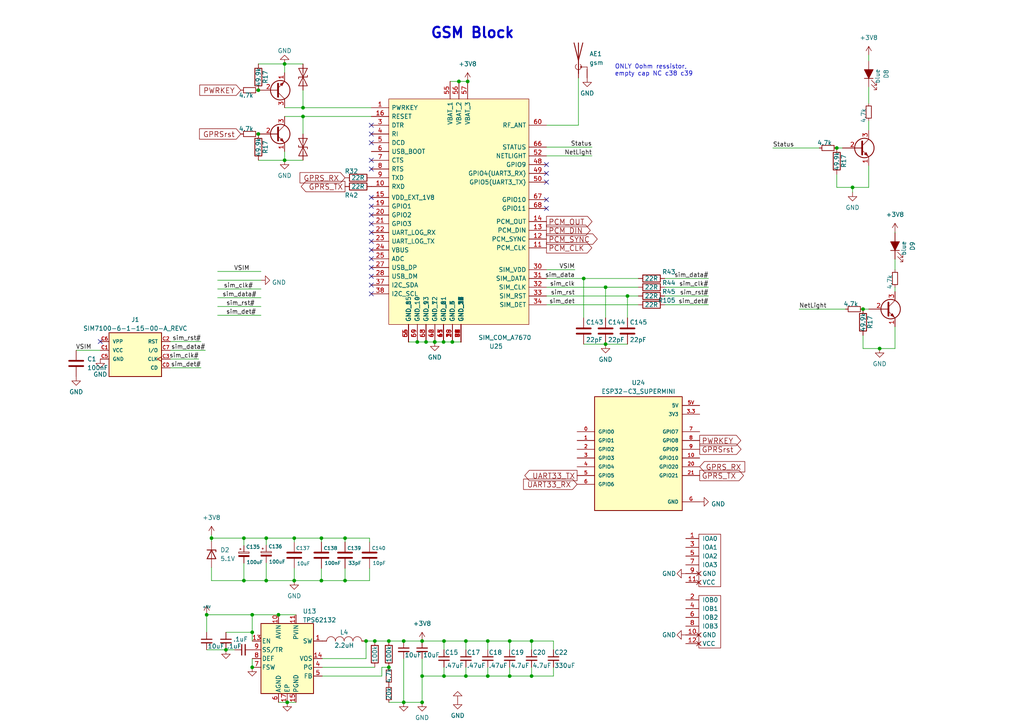
<source format=kicad_sch>
(kicad_sch (version 20230121) (generator eeschema)
  (paper "A4")
  (junction (at 126.0949 99.187))
  (junction (at 85.344 156.083))
  (junction (at 82.55 18.542))
  (junction (at 135.128 185.928))
  (junction (at 80.772 178.308))
  (junction (at 74.93 38.862))
  (junction (at 122.428 203.708))
  (junction (at 117.094 203.708))
  (junction (at 121.031 99.187))
  (junction (at 70.739 156.083))
  (junction (at 135.636 23.622))
  (junction (at 175.641 99.822))
  (junction (at 85.344 168.402))
  (junction (at 126.111 99.187))
  (junction (at 131.191 99.187))
  (junction (at 65.532 188.468))
  (junction (at 141.478 185.928))
  (junction (at 106.172 185.928))
  (junction (at 133.096 23.622))
  (junction (at 255.1229 101.092))
  (junction (at 117.094 185.928))
  (junction (at 73.152 193.548))
  (junction (at 61.341 156.083))
  (junction (at 70.739 168.402))
  (junction (at 73.152 183.388))
  (junction (at 250.317 89.662))
  (junction (at 122.428 196.088))
  (junction (at 147.828 196.088))
  (junction (at 154.178 185.928))
  (junction (at 154.178 196.088))
  (junction (at 108.712 185.928))
  (junction (at 128.778 185.928))
  (junction (at 247.269 54.356))
  (junction (at 93.218 156.083))
  (junction (at 82.55 46.482))
  (junction (at 128.651 99.187))
  (junction (at 59.944 178.308))
  (junction (at 175.641 83.312))
  (junction (at 128.778 196.088))
  (junction (at 123.571 99.187))
  (junction (at 100.076 156.083))
  (junction (at 242.697 42.926))
  (junction (at 112.776 193.548))
  (junction (at 141.478 196.088))
  (junction (at 87.884 33.782))
  (junction (at 77.216 156.083))
  (junction (at 147.828 185.928))
  (junction (at 100.076 168.402))
  (junction (at 169.291 80.772))
  (junction (at 77.216 168.402))
  (junction (at 93.218 168.402))
  (junction (at 87.884 31.242))
  (junction (at 83.312 203.708))
  (junction (at 112.776 185.928))
  (junction (at 74.93 26.162))
  (junction (at 135.128 196.088))
  (junction (at 122.428 185.928))
  (junction (at 73.152 178.308))
  (junction (at 181.991 85.852))
  (no_connect (at 107.696 46.482))
  (no_connect (at 158.496 47.752))
  (no_connect (at 107.696 82.677))
  (no_connect (at 107.696 77.597))
  (no_connect (at 107.696 64.897))
  (no_connect (at 107.696 41.402))
  (no_connect (at 107.696 85.217))
  (no_connect (at 107.696 67.437))
  (no_connect (at 107.696 57.277))
  (no_connect (at 158.496 57.912))
  (no_connect (at 158.496 60.452))
  (no_connect (at 107.696 72.517))
  (no_connect (at 107.696 75.057))
  (no_connect (at 107.696 36.322))
  (no_connect (at 158.496 52.832))
  (no_connect (at 107.696 59.817))
  (no_connect (at 107.696 49.022))
  (no_connect (at 107.696 69.977))
  (no_connect (at 107.696 80.137))
  (no_connect (at 107.696 38.862))
  (no_connect (at 158.496 50.292))
  (no_connect (at 107.696 62.357))
  (no_connect (at 29.083 99.06))
  (wire (pts (xy 107.188 164.846) (xy 107.188 168.402)))
  (wire (pts (xy 175.641 83.312) (xy 185.166 83.312)))
  (wire (pts (xy 141.478 188.468) (xy 141.478 185.928)))
  (wire (pts (xy 122.428 185.928) (xy 128.778 185.928)))
  (wire (pts (xy 250.317 97.282) (xy 250.317 101.092)))
  (wire (pts (xy 82.55 33.782) (xy 87.884 33.782)))
  (wire (pts (xy 80.772 203.708) (xy 83.312 203.708)))
  (wire (pts (xy 154.178 185.928) (xy 160.528 185.928)))
  (wire (pts (xy 141.478 193.548) (xy 141.478 196.088)))
  (wire (pts (xy 73.152 191.008) (xy 73.152 193.548)))
  (wire (pts (xy 93.472 191.008) (xy 106.172 191.008)))
  (wire (pts (xy 107.188 157.226) (xy 107.188 156.083)))
  (wire (pts (xy 87.884 46.482) (xy 82.55 46.482)))
  (wire (pts (xy 110.744 193.548) (xy 112.776 193.548)))
  (wire (pts (xy 158.496 83.312) (xy 175.641 83.312)))
  (wire (pts (xy 123.571 99.187) (xy 126.0949 99.187)))
  (wire (pts (xy 63.119 83.82) (xy 75.692 83.82)))
  (wire (pts (xy 70.739 163.322) (xy 70.739 168.402)))
  (wire (pts (xy 63.119 88.9) (xy 75.692 88.9)))
  (wire (pts (xy 87.884 26.162) (xy 87.884 31.242)))
  (wire (pts (xy 106.172 185.928) (xy 108.712 185.928)))
  (wire (pts (xy 181.991 85.852) (xy 185.166 85.852)))
  (wire (pts (xy 108.712 185.928) (xy 112.776 185.928)))
  (wire (pts (xy 135.128 193.548) (xy 135.128 196.088)))
  (wire (pts (xy 65.532 183.388) (xy 73.152 183.388)))
  (wire (pts (xy 255.1229 101.092) (xy 259.588 101.092)))
  (wire (pts (xy 169.291 80.772) (xy 185.166 80.772)))
  (wire (pts (xy 61.341 168.402) (xy 61.341 164.592)))
  (wire (pts (xy 87.884 38.862) (xy 87.884 33.782)))
  (wire (pts (xy 100.076 156.083) (xy 107.188 156.083)))
  (wire (pts (xy 85.344 156.083) (xy 85.344 157.226)))
  (wire (pts (xy 93.472 196.088) (xy 110.744 196.088)))
  (wire (pts (xy 126.0949 99.187) (xy 126.111 99.187)))
  (wire (pts (xy 250.317 89.662) (xy 251.968 89.662)))
  (wire (pts (xy 63.119 86.36) (xy 75.692 86.36)))
  (wire (pts (xy 117.094 185.928) (xy 122.428 185.928)))
  (wire (pts (xy 147.828 196.088) (xy 154.178 196.088)))
  (wire (pts (xy 160.528 196.088) (xy 160.528 193.548)))
  (wire (pts (xy 82.55 31.242) (xy 87.884 31.242)))
  (wire (pts (xy 61.341 155.194) (xy 61.341 156.083)))
  (wire (pts (xy 117.094 203.708) (xy 112.776 203.708)))
  (wire (pts (xy 117.094 191.008) (xy 117.094 203.708)))
  (wire (pts (xy 87.884 31.242) (xy 107.696 31.242)))
  (wire (pts (xy 70.739 156.083) (xy 70.739 158.242)))
  (wire (pts (xy 65.532 188.468) (xy 68.072 188.468)))
  (wire (pts (xy 77.216 156.083) (xy 85.344 156.083)))
  (wire (pts (xy 192.786 80.772) (xy 205.486 80.772)))
  (wire (pts (xy 82.55 46.482) (xy 74.93 46.482)))
  (wire (pts (xy 49.403 106.68) (xy 58.293 106.68)))
  (wire (pts (xy 112.776 185.928) (xy 117.094 185.928)))
  (wire (pts (xy 154.178 193.548) (xy 154.178 196.088)))
  (wire (pts (xy 100.076 164.846) (xy 100.076 168.402)))
  (wire (pts (xy 122.428 196.088) (xy 128.778 196.088)))
  (wire (pts (xy 250.317 101.092) (xy 255.1229 101.092)))
  (wire (pts (xy 158.496 36.322) (xy 167.767 36.322)))
  (wire (pts (xy 70.739 156.083) (xy 77.216 156.083)))
  (wire (pts (xy 77.216 163.195) (xy 77.216 168.402)))
  (wire (pts (xy 259.588 75.184) (xy 259.588 78.232)))
  (wire (pts (xy 181.991 85.852) (xy 181.991 92.202)))
  (wire (pts (xy 154.178 196.088) (xy 160.528 196.088)))
  (wire (pts (xy 259.588 83.312) (xy 259.588 84.582)))
  (wire (pts (xy 126.111 99.187) (xy 128.651 99.187)))
  (wire (pts (xy 128.778 193.548) (xy 128.778 196.088)))
  (wire (pts (xy 224.155 42.926) (xy 237.617 42.926)))
  (wire (pts (xy 100.076 156.083) (xy 100.076 157.226)))
  (wire (pts (xy 82.55 18.542) (xy 74.93 18.542)))
  (wire (pts (xy 87.884 18.542) (xy 82.55 18.542)))
  (wire (pts (xy 231.775 89.662) (xy 245.237 89.662)))
  (wire (pts (xy 93.218 168.402) (xy 85.344 168.402)))
  (wire (pts (xy 59.944 183.388) (xy 59.944 178.308)))
  (wire (pts (xy 158.496 42.672) (xy 171.704 42.672)))
  (wire (pts (xy 141.478 196.088) (xy 147.828 196.088)))
  (wire (pts (xy 122.428 196.088) (xy 122.428 203.708)))
  (wire (pts (xy 128.778 196.088) (xy 135.128 196.088)))
  (wire (pts (xy 117.094 203.708) (xy 122.428 203.708)))
  (wire (pts (xy 73.152 185.928) (xy 73.152 183.388)))
  (wire (pts (xy 82.55 43.942) (xy 82.55 46.482)))
  (wire (pts (xy 147.828 193.548) (xy 147.828 196.088)))
  (wire (pts (xy 63.119 91.44) (xy 75.692 91.44)))
  (wire (pts (xy 154.178 188.468) (xy 154.178 185.928)))
  (wire (pts (xy 247.269 54.356) (xy 251.968 54.356)))
  (wire (pts (xy 133.096 23.622) (xy 135.636 23.622)))
  (wire (pts (xy 135.128 185.928) (xy 141.478 185.928)))
  (wire (pts (xy 70.739 168.402) (xy 61.341 168.402)))
  (wire (pts (xy 175.641 99.822) (xy 181.991 99.822)))
  (wire (pts (xy 158.496 80.772) (xy 169.291 80.772)))
  (wire (pts (xy 121.031 99.187) (xy 123.571 99.187)))
  (wire (pts (xy 93.472 193.548) (xy 108.712 193.548)))
  (wire (pts (xy 87.884 33.782) (xy 107.696 33.782)))
  (wire (pts (xy 128.651 99.187) (xy 131.191 99.187)))
  (wire (pts (xy 61.341 156.083) (xy 70.739 156.083)))
  (wire (pts (xy 169.291 99.822) (xy 175.641 99.822)))
  (wire (pts (xy 49.403 104.14) (xy 57.658 104.14)))
  (wire (pts (xy 247.269 54.356) (xy 247.269 55.753)))
  (wire (pts (xy 106.172 191.008) (xy 106.172 185.928)))
  (wire (pts (xy 251.968 54.356) (xy 251.968 48.006)))
  (wire (pts (xy 192.786 85.852) (xy 205.486 85.852)))
  (wire (pts (xy 85.344 156.083) (xy 93.218 156.083)))
  (wire (pts (xy 80.772 178.308) (xy 85.852 178.308)))
  (wire (pts (xy 85.344 168.402) (xy 77.216 168.402)))
  (wire (pts (xy 73.152 178.308) (xy 80.772 178.308)))
  (wire (pts (xy 128.778 185.928) (xy 135.128 185.928)))
  (wire (pts (xy 130.556 23.622) (xy 133.096 23.622)))
  (wire (pts (xy 158.496 78.232) (xy 166.751 78.232)))
  (wire (pts (xy 82.55 21.082) (xy 82.55 18.542)))
  (wire (pts (xy 131.191 99.187) (xy 133.731 99.187)))
  (wire (pts (xy 61.341 156.083) (xy 61.341 156.972)))
  (wire (pts (xy 93.218 164.846) (xy 93.218 168.402)))
  (wire (pts (xy 251.968 25.273) (xy 251.968 29.972)))
  (wire (pts (xy 93.218 156.083) (xy 93.218 157.226)))
  (wire (pts (xy 128.778 185.928) (xy 128.778 188.468)))
  (wire (pts (xy 77.216 156.083) (xy 77.216 158.115)))
  (wire (pts (xy 169.291 80.772) (xy 169.291 92.202)))
  (wire (pts (xy 77.216 168.402) (xy 70.739 168.402)))
  (wire (pts (xy 118.491 99.187) (xy 121.031 99.187)))
  (wire (pts (xy 242.697 50.546) (xy 242.697 54.356)))
  (wire (pts (xy 73.152 183.388) (xy 73.152 178.308)))
  (wire (pts (xy 93.218 156.083) (xy 100.076 156.083)))
  (wire (pts (xy 251.968 35.052) (xy 251.968 37.846)))
  (wire (pts (xy 167.767 22.606) (xy 167.767 36.322)))
  (wire (pts (xy 251.968 16.002) (xy 251.968 17.653)))
  (wire (pts (xy 259.588 67.31) (xy 259.588 67.564)))
  (wire (pts (xy 135.128 188.468) (xy 135.128 185.928)))
  (wire (pts (xy 259.588 101.092) (xy 259.588 94.742)))
  (wire (pts (xy 175.641 83.312) (xy 175.641 92.202)))
  (wire (pts (xy 192.786 83.312) (xy 205.486 83.312)))
  (wire (pts (xy 242.697 42.926) (xy 244.348 42.926)))
  (wire (pts (xy 59.944 188.468) (xy 65.532 188.468)))
  (wire (pts (xy 85.344 164.846) (xy 85.344 168.402)))
  (wire (pts (xy 147.828 185.928) (xy 154.178 185.928)))
  (wire (pts (xy 49.403 101.6) (xy 59.563 101.6)))
  (wire (pts (xy 192.786 88.392) (xy 205.486 88.392)))
  (wire (pts (xy 147.828 188.468) (xy 147.828 185.928)))
  (wire (pts (xy 158.496 85.852) (xy 181.991 85.852)))
  (wire (pts (xy 110.744 196.088) (xy 110.744 193.548)))
  (wire (pts (xy 63.119 78.74) (xy 75.692 78.74)))
  (wire (pts (xy 49.403 99.06) (xy 58.293 99.06)))
  (wire (pts (xy 122.428 191.008) (xy 122.428 196.088)))
  (wire (pts (xy 22.098 101.6) (xy 29.083 101.6)))
  (wire (pts (xy 100.076 168.402) (xy 93.218 168.402)))
  (wire (pts (xy 158.496 88.392) (xy 185.166 88.392)))
  (wire (pts (xy 135.128 196.088) (xy 141.478 196.088)))
  (wire (pts (xy 107.188 168.402) (xy 100.076 168.402)))
  (wire (pts (xy 158.496 45.212) (xy 171.704 45.212)))
  (wire (pts (xy 83.312 203.708) (xy 85.852 203.708)))
  (wire (pts (xy 242.697 54.356) (xy 247.269 54.356)))
  (wire (pts (xy 59.944 178.308) (xy 73.152 178.308)))
  (wire (pts (xy 63.119 81.28) (xy 75.692 81.28)))
  (wire (pts (xy 160.528 185.928) (xy 160.528 188.468)))
  (wire (pts (xy 141.478 185.928) (xy 147.828 185.928)))
  (text "ONLY 0ohm ressistor,\nempty cap NC c38 c39" (at 178.308 22.225 0) (effects (font (size 1.27 1.27)) (justify left bottom)))
  (text "GSM Block" (at 124.714 11.43 0) (effects (font (size 3 3) (thickness 0.6) bold) (justify left bottom)))
  (label "sim_rst#" (at 205.486 85.852 180))
  (label "Status" (at 224.155 42.926 0))
  (label "Status" (at 171.704 42.672 180))
  (label "sim_data#" (at 205.486 80.772 180))
  (label "sim_clk#" (at 57.658 104.14 180))
  (label "sim_clk#" (at 205.486 83.312 180))
  (label "sim_rst#" (at 73.914 88.9 180))
  (label "VSIM" (at 166.751 78.232 180))
  (label "sim_data#" (at 74.422 86.36 180))
  (label "sim_det#" (at 205.486 88.392 180))
  (label "sim_det#" (at 58.293 106.68 180))
  (label "sim_clk#" (at 73.406 83.82 180))
  (label "sim_rst" (at 166.751 85.852 180))
  (label "NetLight" (at 171.704 45.212 180))
  (label "sim_rst#" (at 58.293 99.06 180))
  (label "NetLight" (at 231.775 89.662 0))
  (label "sim_det" (at 166.751 88.392 180))
  (label "sim_data#" (at 59.563 101.6 180))
  (label "sim_det#" (at 74.295 91.44 180))
  (label "sim_clk" (at 166.751 83.312 180))
  (label "VSIM" (at 72.39 78.74 180))
  (label "sim_data" (at 166.751 80.772 180))
  (label "VSIM" (at 26.543 101.6 180))
  (global_label "PCM_SYNC" (shape output) (at 158.496 69.342 0) (effects (font (size 1.524 1.524))) (property "Intersheetrefs" "${INTERSHEET_REFS}" (effects hide)))
  (global_label "PCM_DIN" (shape output) (at 158.496 66.802 0) (effects (font (size 1.524 1.524))) (property "Intersheetrefs" "${INTERSHEET_REFS}" (effects hide)))
  (global_label "GPRSrst" (shape output) (at 202.946 130.302 0) (effects (font (size 1.524 1.524))) (property "Intersheetrefs" "${INTERSHEET_REFS}" (effects hide)))
  (global_label "PWRKEY" (shape input) (at 69.85 26.162 180) (effects (font (size 1.524 1.524))) (property "Intersheetrefs" "${INTERSHEET_REFS}" (effects hide)))
  (global_label "GPRSrst" (shape input) (at 69.85 38.862 180) (effects (font (size 1.524 1.524))) (property "Intersheetrefs" "${INTERSHEET_REFS}" (effects hide)))
  (global_label "UART33_RX" (shape input) (at 167.386 140.462 180) (effects (font (size 1.524 1.524))) (property "Intersheetrefs" "${INTERSHEET_REFS}" (effects hide)))
  (global_label "PWRKEY" (shape output) (at 202.946 127.762 0) (effects (font (size 1.524 1.524))) (property "Intersheetrefs" "${INTERSHEET_REFS}" (effects hide)))
  (global_label "PCM_CLK" (shape output) (at 158.496 71.882 0) (effects (font (size 1.524 1.524))) (property "Intersheetrefs" "${INTERSHEET_REFS}" (effects hide)))
  (global_label "GPRS_TX" (shape output) (at 100.076 54.102 180) (effects (font (size 1.524 1.524))) (property "Intersheetrefs" "${INTERSHEET_REFS}" (effects hide)))
  (global_label "GPRS_RX" (shape input) (at 202.946 135.382 0) (effects (font (size 1.524 1.524))) (property "Intersheetrefs" "${INTERSHEET_REFS}" (effects hide)))
  (global_label "UART33_TX" (shape output) (at 167.386 137.922 180) (effects (font (size 1.524 1.524))) (property "Intersheetrefs" "${INTERSHEET_REFS}" (effects hide)))
  (global_label "GPRS_RX" (shape input) (at 100.076 51.562 180) (effects (font (size 1.524 1.524))) (property "Intersheetrefs" "${INTERSHEET_REFS}" (effects hide)))
  (global_label "PCM_OUT" (shape output) (at 158.496 64.262 0) (effects (font (size 1.524 1.524))) (property "Intersheetrefs" "${INTERSHEET_REFS}" (effects hide)))
  (global_label "GPRS_TX" (shape output) (at 202.946 137.922 0) (effects (font (size 1.524 1.524))) (property "Intersheetrefs" "${INTERSHEET_REFS}" (effects hide)))
  (symbol (lib_id "pmod:PMOD-Host-x2-GPIO") (at 202.692 170.18 0) (unit 1)
    (property "Reference" "PMOD1" (effects hide))
    (property "Value" "PMOD-Host-x2-GPIO" (effects hide))
    (property "Footprint" "Connector_PinSocket_2.54mm:PinSocket_2x06_P2.54mm_Horizontal" (effects hide))
  )
  (symbol (lib_id "Device:C_Small") (at 128.778 191.008 0) (unit 1)
    (property "Reference" "C15" (at 129.032 189.23 0) (effects (justify left)))
    (property "Value" ".47uF" (at 129.032 193.04 0) (effects (justify left)))
    (property "Footprint" "Capacitor_SMD:C_0402_1005Metric" (effects hide))
    (property "MFR" "Yageo" (effects hide))
    (property "MPN" "CC0402KRX5R5BB474" (effects hide))
    (property "SPR" "Digikey" (effects hide))
    (property "SPN" "311-1684-1-ND" (effects hide))
    (instances (project "DFTBoard" (path "" (reference "C15") (unit 1)) (path "" (reference "C48") (unit 1))) (project "DFTBoard" (path "" (reference "C92") (unit 1))))
  )
  (symbol (lib_id "power:+3V8") (at 251.968 16.002 0) (unit 1)
    (property "Reference" "#PWR0320" (effects hide))
    (property "Value" "+3V8" (at 251.968 10.922 0))
    (instances (project "DFTBoard" (path "" (reference "#PWR0320") (unit 1))) (project "DFTBoard" (path "" (reference "#PWR097") (unit 1))) (project "ph_portable_refrigerator_v2_hw" (path "" (reference "#PWR069") (unit 1)) (path "" (reference "#PWR0118") (unit 1))))
  )
  (symbol (lib_id "power:GND") (at 29.083 104.14 0) (unit 1)
    (property "Reference" "#PWR02" (effects hide))
    (property "Value" "GND" (at 29.083 108.585 0))
    (instances (project "Module_NanoSIM" (path "" (reference "#PWR02") (unit 1))) (project "DFTBoard" (path "" (reference "#PWR0328") (unit 1))) (project "DFTBoard" (path "" (reference "#PWR032") (unit 1))) (project "ph_portable_refrigerator_display_hw_v2" (path "" (reference "#PWR019") (unit 1)) (path "" (reference "#PWR030") (unit 1))))
  )
  (symbol (lib_name "Q_NPN_EBC_1") (lib_id "Device:Q_NPN_EBC") (at 268.478 89.662 0) (mirror y) (unit 1)
    (property "Reference" "Q6" (effects hide))
    (property "Value" "MMBTA14-7-F" (effects hide))
    (property "Footprint" "Package_TO_SOT_SMD:SOT-23-3" (effects hide))
    (instances (project "DFTBoard" (path "" (reference "Q6") (unit 1))) (project "DFTBoard" (path "" (reference "Q7") (unit 1))) (project "iYoshi (SPhone)" (path "" (reference "Q8") (unit 1))) (project "SmolFlight" (path "" (reference "Q3") (unit 1))))
  )
  (symbol (lib_name "Q_NPN_EBC_1") (lib_id "Device:Q_NPN_EBC") (at 91.44 38.862 0) (mirror y) (unit 1)
    (property "Reference" "Q11" (effects hide))
    (property "Value" "MMBTA14-7-F" (effects hide))
    (property "Footprint" "Package_TO_SOT_SMD:SOT-23-3" (effects hide))
    (instances (project "DFTBoard" (path "" (reference "Q11") (unit 1))) (project "DFTBoard" (path "" (reference "Q4") (unit 1))) (project "iYoshi (SPhone)" (path "" (reference "Q8") (unit 1))) (project "SmolFlight" (path "" (reference "Q3") (unit 1))))
  )
  (symbol (lib_id "Regulator_Switching:TPS62132") (at 83.312 191.008 0) (unit 1)
    (property "Reference" "U13" (at 87.8079 177.292 0) (effects (justify left)))
    (property "Value" "TPS62132" (at 87.8079 179.832 0) (effects (justify left)))
    (property "Footprint" "Package_DFN_QFN:VQFN-16-1EP_3x3mm_P0.5mm_EP1.68x1.68mm_ThermalVias" (effects hide))
    (property "Datasheet" "http://www.ti.com/lit/ds/symlink/tps62130.pdf" (effects hide))
    (instances (project "DFTBoard" (path "" (reference "U13") (unit 1))) (project "DFTBoard" (path "" (reference "U6") (unit 1))))
  )
  (symbol (lib_id "ph_lib:C0805") (at 93.218 161.036 0) (unit 1)
    (property "Reference" "C138" (at 93.853 159.004 0) (effects (font (size 1 1)) (justify left)))
    (property "Value" "100nF" (at 94.107 163.322 0) (effects (font (size 1 1)) (justify left)))
    (property "Footprint" "Capacitor_SMD:C_0805_2012Metric" (effects hide))
    (property "Desc" "Capacitor SMD Ceramic 0805" (effects hide))
    (property "Link" "http://www.dientuachau.com/ceramic-0805" (effects hide))
    (instances (project "DFTBoard" (path "" (reference "C138") (unit 1))) (project "DFTBoard" (path "" (reference "C64") (unit 1))) (project "ph_portable_refrigerator_v2_hw" (path "" (reference "C32") (unit 1)) (path "" (reference "C45") (unit 1))))
  )
  (symbol (lib_id "power:GND") (at 117.094 203.708 0) (unit 1)
    (property "Reference" "#PWR05" (effects hide))
    (property "Value" "GND" (effects hide))
    (instances (project "DFTBoard" (path "" (reference "#PWR05") (unit 1)) (path "" (reference "#PWR0315") (unit 1))) (project "DFTBoard" (path "" (reference "#PWR066") (unit 1))))
  )
  (symbol (lib_id "Device:C_Small") (at 122.428 188.468 0) (unit 1)
    (property "Reference" "C3" (effects hide))
    (property "Value" "10uF" (at 122.682 189.992 0) (effects (justify left)))
    (property "Footprint" "Capacitor_SMD:C_0603_1608Metric" (effects hide))
    (property "MFR" "Murata" (effects hide))
    (property "MPN" "GRM188R61A106KE69J" (effects hide))
    (property "SPR" "Digikey" (effects hide))
    (property "SPN" "490-14372-1-ND" (effects hide))
    (instances (project "DFTBoard" (path "" (reference "C3") (unit 1)) (path "" (reference "C111") (unit 1))) (project "DFTBoard" (path "" (reference "C91") (unit 1))))
  )
  (symbol (lib_id "Device:R") (at 242.697 46.736 0) (unit 1)
    (property "Reference" "R17" (at 244.729 46.736 90))
    (property "Value" "49.9k" (at 242.697 46.736 90))
    (property "Footprint" "Resistor_SMD:R_0402_1005Metric" (effects hide))
    (property "MFR" "Yageo" (effects hide))
    (property "MPN" "RC0402FR-0749K9L" (effects hide))
    (property "SPR" "Digikey" (effects hide))
    (property "SPN" "311-49.9KLRCT-ND" (effects hide))
    (instances (project "DFTBoard" (path "" (reference "R17") (unit 1)) (path "" (reference "R110") (unit 1))) (project "DFTBoard" (path "" (reference "R31") (unit 1)) (path "" (reference "R45") (unit 1))))
  )
  (symbol (lib_id "ph_lib:C0805") (at 107.188 161.036 0) (unit 1)
    (property "Reference" "C140" (at 107.823 159.004 0) (effects (font (size 1 1)) (justify left)))
    (property "Value" "10pF" (at 108.077 163.322 0) (effects (font (size 1 1)) (justify left)))
    (property "Footprint" "Capacitor_SMD:C_0805_2012Metric" (effects hide))
    (property "Desc" "Capacitor SMD Ceramic 0805" (effects hide))
    (property "Link" "http://www.dientuachau.com/ceramic-0805" (effects hide))
    (instances (project "DFTBoard" (path "" (reference "C140") (unit 1))) (project "DFTBoard" (path "" (reference "C89") (unit 1))) (project "ph_portable_refrigerator_v2_hw" (path "" (reference "C32") (unit 1)) (path "" (reference "C48") (unit 1))))
  )
  (symbol (lib_id "power:GND") (at 170.307 22.606 0) (unit 1)
    (property "Reference" "#PWR02" (effects hide))
    (property "Value" "GND" (at 170.307 27.051 0))
    (instances (project "Module_NanoSIM" (path "" (reference "#PWR02") (unit 1))) (project "DFTBoard" (path "" (reference "#PWR0296") (unit 1))) (project "DFTBoard" (path "" (reference "#PWR083") (unit 1))) (project "ph_portable_refrigerator_display_hw_v2" (path "" (reference "#PWR019") (unit 1)) (path "" (reference "#PWR030") (unit 1))))
  )
  (symbol (lib_id "Device:R_Small") (at 112.776 201.168 0) (unit 1)
    (property "Reference" "R91" (effects hide))
    (property "Value" "20k" (at 112.776 201.168 90))
    (property "Footprint" "Resistor_SMD:R_0402_1005Metric" (effects hide))
    (property "MFR" "Yageo" (effects hide))
    (property "MPN" "RT0402BRD0720KL" (effects hide))
    (property "SPR" "Digikey" (effects hide))
    (property "SPN" "YAG1388CT-ND" (effects hide))
    (property "SPURL" "-" (effects hide))
    (instances (project "DFTBoard" (path "" (reference "R91") (unit 1)) (path "" (reference "R?") (unit 1)) (path "" (reference "R23") (unit 1))) (project "DFTBoard" (path "" (reference "R29") (unit 1))))
  )
  (symbol (lib_id "ph_lib:CP_Tatanlum_1206") (at 77.216 160.655 0) (unit 1)
    (property "Reference" "C136" (at 77.851 158.496 0) (effects (font (size 1 1)) (justify left)))
    (property "Value" "100uF" (at 77.978 162.941 0) (effects (font (size 1 1)) (justify left)))
    (property "Footprint" "Capacitor_Tantalum_SMD:CP_EIA-6032-15_Kemet-U" (effects hide))
    (property "Desc" "SMD Tantalum Capacitor" (effects hide))
    (property "Link" "http://www.tme.vn/Products.aspx?cateId=258" (effects hide))
    (instances (project "DFTBoard" (path "" (reference "C136") (unit 1))) (project "DFTBoard" (path "" (reference "C44") (unit 1))) (project "ph_portable_refrigerator_v2_hw" (path "" (reference "C31") (unit 1)) (path "" (reference "C20") (unit 1))))
  )
  (symbol (lib_id "new shii:ESP32-C3_SUPERMINI") (at 185.166 130.302 0) (unit 1)
    (property "Reference" "U24" (at 185.166 110.998 0))
    (property "Value" "ESP32-C3_SUPERMINI" (at 185.166 113.538 0))
    (property "Footprint" "Y!:MODULE_ESP32-C3_SUPERMINI" (effects hide))
    (property "MF" "Espressif Systems" (effects hide))
    (property "MAXIMUM_PACKAGE_HEIGHT" "4.2mm" (effects hide))
    (property "Package" "Package" (effects hide))
    (property "Price" "None" (effects hide))
    (property "Check_prices" "https://www.snapeda.com/parts/ESP32-C3%20SuperMini/Espressif+Systems/view-part/?ref=eda" (effects hide))
    (property "STANDARD" "Manufacturer Recommendations" (effects hide))
    (property "SnapEDA_Link" "https://www.snapeda.com/parts/ESP32-C3%20SuperMini/Espressif+Systems/view-part/?ref=snap" (effects hide))
    (property "MP" "ESP32-C3 SuperMini" (effects hide))
    (property "Description" "\nSuper tiny ESP32-C3 board\n" (effects hide))
    (property "Availability" "Not in stock" (effects hide))
    (property "MANUFACTURER" "Espressif" (effects hide))
    (instances (project "DFTBoard" (path "" (reference "U24") (unit 1))) (project "DFTBoard" (path "" (reference "U14") (unit 1))))
  )
  (symbol (lib_id "sim7670:SIM_COM_A7670") (at 133.096 89.662 0) (unit 1)
    (property "Reference" "U25" (at 143.891 100.457 0))
    (property "Value" "SIM_COM_A7670" (at 146.431 97.917 0))
    (property "Footprint" "Y!:A7670C" (effects hide))
    (property "Datasheet" "http://nostris.ee/pdf/A7670%20Series%20Hardware%20Design_V1.00.pdf" (effects hide))
    (property "Description" "A7670 Series Hardware Design" (effects hide))
    (property "Height" "2.7" (effects hide))
    (property "Manufacturer_Name" "Sim Com" (effects hide))
    (property "Manufacturer_Part_Number" "SIM COM A7670" (effects hide))
    (instances (project "DFTBoard" (path "" (reference "U25") (unit 1))) (project "DFTBoard" (path "" (reference "U13") (unit 1))) (project "ph_portable_refrigerator_v2_hw" (path "" (reference "U10") (unit 1)) (path "" (reference "U8") (unit 1))))
  )
  (symbol (lib_id "ph_lib:C0805") (at 100.076 161.036 0) (unit 1)
    (property "Reference" "C139" (at 100.711 159.004 0) (effects (font (size 1 1)) (justify left)))
    (property "Value" "33pF" (at 100.965 163.322 0) (effects (font (size 1 1)) (justify left)))
    (property "Footprint" "Capacitor_SMD:C_0805_2012Metric" (effects hide))
    (property "Desc" "Capacitor SMD Ceramic 0805" (effects hide))
    (property "Link" "http://www.dientuachau.com/ceramic-0805" (effects hide))
    (instances (project "DFTBoard" (path "" (reference "C139") (unit 1))) (project "DFTBoard" (path "" (reference "C88") (unit 1))) (project "ph_portable_refrigerator_v2_hw" (path "" (reference "C32") (unit 1)) (path "" (reference "C46") (unit 1))))
  )
  (symbol (lib_id "ph_lib:LED0805") (at 259.588 71.374 90) (unit 1)
    (property "Reference" "D9" (at 264.668 71.374 0))
    (property "Value" "blue" (at 262.128 72.009 0))
    (property "Footprint" "LED_SMD:LED_0805_2012Metric" (effects hide))
    (property "Desc" "LED0805" (effects hide))
    (property "Link" "https://thegioiic.com/product/led-dan-smd-2012-0805" (effects hide))
    (instances (project "DFTBoard" (path "" (reference "D9") (unit 1))) (project "DFTBoard" (path "" (reference "D11") (unit 1))) (project "ph_portable_refrigerator_v2_hw" (path "" (reference "D7") (unit 1)) (path "" (reference "D6") (unit 1))))
  )
  (symbol (lib_id "power:GND") (at 83.312 203.708 0) (unit 1)
    (property "Reference" "#PWR05" (effects hide))
    (property "Value" "GND" (effects hide))
    (instances (project "DFTBoard" (path "" (reference "#PWR05") (unit 1)) (path "" (reference "#PWR0314") (unit 1))) (project "DFTBoard" (path "" (reference "#PWR063") (unit 1))))
  )
  (symbol (lib_id "Device:R") (at 74.93 42.672 0) (unit 1)
    (property "Reference" "R17" (at 76.962 42.672 90))
    (property "Value" "49.9k" (at 74.93 42.672 90))
    (property "Footprint" "Resistor_SMD:R_0402_1005Metric" (effects hide))
    (property "MFR" "Yageo" (effects hide))
    (property "MPN" "RC0402FR-0749K9L" (effects hide))
    (property "SPR" "Digikey" (effects hide))
    (property "SPN" "311-49.9KLRCT-ND" (effects hide))
    (instances (project "DFTBoard" (path "" (reference "R17") (unit 1)) (path "" (reference "R116") (unit 1))) (project "DFTBoard" (path "" (reference "R31") (unit 1)) (path "" (reference "R17") (unit 1))))
  )
  (symbol (lib_id "ph_lib:C0805") (at 175.641 96.012 0) (unit 1)
    (property "Reference" "C144" (at 176.276 93.472 0) (effects (justify left)))
    (property "Value" "22pF" (at 176.276 98.552 0) (effects (justify left)))
    (property "Footprint" "Resistor_SMD:R_0805_2012Metric" (effects hide))
    (property "Desc" "Capacitor SMD Ceramic 0805" (effects hide))
    (property "Link" "http://www.dientuachau.com/ceramic-0805" (effects hide))
    (instances (project "DFTBoard" (path "" (reference "C144") (unit 1))) (project "DFTBoard" (path "" (reference "C134") (unit 1))) (project "ph_portable_refrigerator_v2_hw" (path "" (reference "C36") (unit 1)) (path "" (reference "C33") (unit 1))))
  )
  (symbol (lib_id "Device:R") (at 74.93 22.352 0) (mirror x) (unit 1)
    (property "Reference" "R17" (at 76.962 22.352 90))
    (property "Value" "49.9k" (at 74.93 22.352 90))
    (property "Footprint" "Resistor_SMD:R_0402_1005Metric" (effects hide))
    (property "MFR" "Yageo" (effects hide))
    (property "MPN" "RC0402FR-0749K9L" (effects hide))
    (property "SPR" "Digikey" (effects hide))
    (property "SPN" "311-49.9KLRCT-ND" (effects hide))
    (instances (project "DFTBoard" (path "" (reference "R17") (unit 1)) (path "" (reference "R29") (unit 1))) (project "DFTBoard" (path "" (reference "R31") (unit 1)) (path "" (reference "R16") (unit 1))))
  )
  (symbol (lib_id "Diode:ESD9B5.0ST5G") (at 87.884 42.672 90) (unit 1)
    (property "Reference" "D11" (effects hide))
    (property "Value" "ESD9B5.0ST5G" (effects hide))
    (property "Footprint" "Diode_SMD:D_SOD-923" (effects hide))
    (property "Datasheet" "https://www.onsemi.com/pub/Collateral/ESD9B-D.PDF" (effects hide))
    (instances (project "DFTBoard" (path "" (reference "D11") (unit 1))) (project "DFTBoard" (path "" (reference "D9") (unit 1))))
  )
  (symbol (lib_id "Device:R_Small") (at 112.776 196.088 0) (mirror y) (unit 1)
    (property "Reference" "R9" (effects hide))
    (property "Value" "4.7k" (at 112.776 198.12 90) (effects (justify left)))
    (property "Footprint" "Resistor_SMD:R_0402_1005Metric" (effects hide))
    (property "MFR" "Yageo" (effects hide))
    (property "MPN" "RC0402JR-074K7L" (effects hide))
    (property "SPR" "Digikey" (effects hide))
    (property "SPN" "311-4.7KJRCT-ND" (effects hide))
    (property "SPURL" "-" (effects hide))
    (instances (project "DFTBoard" (path "" (reference "R9") (unit 1)) (path "" (reference "R?") (unit 1)) (path "" (reference "R24") (unit 1))) (project "DFTBoard" (path "" (reference "R27") (unit 1))))
  )
  (symbol (lib_id "Device:C_Small") (at 154.178 191.008 0) (unit 1)
    (property "Reference" "C20" (at 154.432 189.23 0) (effects (justify left)))
    (property "Value" "4.7uF" (at 154.432 193.04 0) (effects (justify left)))
    (property "Footprint" "Capacitor_SMD:C_0402_1005Metric" (effects hide))
    (property "MFR" "Murata" (effects hide))
    (property "MPN" "GRM155R60G475ME47D" (effects hide))
    (property "SPR" "Digikey" (effects hide))
    (property "SPN" "490-11980-1-ND" (effects hide))
    (instances (project "DFTBoard" (path "" (reference "C20") (unit 1)) (path "" (reference "C132") (unit 1))) (project "DFTBoard" (path "" (reference "C124") (unit 1))))
  )
  (symbol (lib_id "ph_lib:R0805") (at 188.976 83.312 90) (unit 1)
    (property "Reference" "R44" (at 195.961 82.042 90) (effects (justify left)))
    (property "Value" "22R" (at 190.881 83.312 90) (effects (justify left)))
    (property "Footprint" "Resistor_SMD:R_0805_2012Metric" (effects hide))
    (property "Desc" "Resistor SMD 0805" (effects hide))
    (property "Link" "http://www.dientuachau.com/res-1-0805" (effects hide))
    (instances (project "DFTBoard" (path "" (reference "R44") (unit 1))) (project "DFTBoard" (path "" (reference "R32") (unit 1))) (project "ph_portable_refrigerator_v2_hw" (path "" (reference "R42") (unit 1)) (path "" (reference "R41") (unit 1))))
  )
  (symbol (lib_id "ph_lib:C0805") (at 181.991 96.012 0) (unit 1)
    (property "Reference" "C145" (at 182.626 93.472 0) (effects (justify left)))
    (property "Value" "22pF" (at 182.626 98.552 0) (effects (justify left)))
    (property "Footprint" "Resistor_SMD:R_0805_2012Metric" (effects hide))
    (property "Desc" "Capacitor SMD Ceramic 0805" (effects hide))
    (property "Link" "http://www.dientuachau.com/ceramic-0805" (effects hide))
    (instances (project "DFTBoard" (path "" (reference "C145") (unit 1))) (project "DFTBoard" (path "" (reference "C135") (unit 1))) (project "ph_portable_refrigerator_v2_hw" (path "" (reference "C37") (unit 1)) (path "" (reference "C34") (unit 1))))
  )
  (symbol (lib_id "Device:R") (at 108.712 189.738 180) (unit 1)
    (property "Reference" "R5" (effects hide))
    (property "Value" "100k" (at 108.712 189.738 90))
    (property "Footprint" "Resistor_SMD:R_0402_1005Metric" (effects hide))
    (property "MFR" "Yageo" (effects hide))
    (property "MPN" "RC0402FR-07100KL" (effects hide))
    (property "SPR" "Digikey" (effects hide))
    (property "SPN" "311-100KLRTR-ND" (effects hide))
    (instances (project "DFTBoard" (path "" (reference "R5") (unit 1)) (path "" (reference "R?") (unit 1)) (path "" (reference "R22") (unit 1))) (project "DFTBoard" (path "" (reference "R23") (unit 1))))
  )
  (symbol (lib_id "Device:C_Small") (at 65.532 185.928 0) (unit 1)
    (property "Reference" "C16" (effects hide))
    (property "Value" ".1uF" (at 65.786 187.452 0) (effects (justify left)))
    (property "Footprint" "Capacitor_SMD:C_0402_1005Metric" (effects hide))
    (property "MFR" "Yageo" (effects hide))
    (property "MPN" "CC0402KRX7R6BB104" (effects hide))
    (property "SPR" "Digikey" (effects hide))
    (property "SPN" "311-1345-1-ND" (effects hide))
    (instances (project "DFTBoard" (path "" (reference "C16") (unit 1)) (path "" (reference "C64") (unit 1))) (project "DFTBoard" (path "" (reference "C36") (unit 1))))
  )
  (symbol (lib_id "power:GND") (at 73.152 193.548 0) (unit 1)
    (property "Reference" "#PWR05" (effects hide))
    (property "Value" "GND" (effects hide))
    (instances (project "DFTBoard" (path "" (reference "#PWR05") (unit 1)) (path "" (reference "#PWR0311") (unit 1))) (project "DFTBoard" (path "" (reference "#PWR036") (unit 1))))
  )
  (symbol (lib_id "Device:C_Small") (at 141.478 191.008 0) (unit 1)
    (property "Reference" "C18" (at 141.732 189.23 0) (effects (justify left)))
    (property "Value" ".47uF" (at 141.732 193.04 0) (effects (justify left)))
    (property "Footprint" "Capacitor_SMD:C_0402_1005Metric" (effects hide))
    (property "MFR" "Yageo" (effects hide))
    (property "MPN" "CC0402KRX5R5BB474" (effects hide))
    (property "SPR" "Digikey" (effects hide))
    (property "SPN" "311-1684-1-ND" (effects hide))
    (instances (project "DFTBoard" (path "" (reference "C18") (unit 1)) (path "" (reference "C112") (unit 1))) (project "DFTBoard" (path "" (reference "C111") (unit 1))))
  )
  (symbol (lib_id "Device:R_Small") (at 247.777 89.662 90) (unit 1)
    (property "Reference" "R8" (effects hide))
    (property "Value" "4.7k" (at 248.92 88.1634 90) (effects (justify left)))
    (property "Footprint" "Resistor_SMD:R_0402_1005Metric" (effects hide))
    (property "MFR" "Yageo" (effects hide))
    (property "MPN" "RC0402JR-074K7L" (effects hide))
    (property "SPR" "Digikey" (effects hide))
    (property "SPN" "311-4.7KJRCT-ND" (effects hide))
    (property "SPURL" "-" (effects hide))
    (instances (project "DFTBoard" (path "" (reference "R8") (unit 1)) (path "" (reference "R?") (unit 1)) (path "" (reference "R107") (unit 1))) (project "DFTBoard" (path "" (reference "R84") (unit 1))))
  )
  (symbol (lib_id "ph_lib:R0805") (at 188.976 88.392 90) (unit 1)
    (property "Reference" "R105" (at 195.961 87.122 90) (effects (justify left)))
    (property "Value" "22R" (at 190.881 88.392 90) (effects (justify left)))
    (property "Footprint" "Resistor_SMD:R_0805_2012Metric" (effects hide))
    (property "Desc" "Resistor SMD 0805" (effects hide))
    (property "Link" "http://www.dientuachau.com/res-1-0805" (effects hide))
    (instances (project "DFTBoard" (path "" (reference "R105") (unit 1))) (project "DFTBoard" (path "" (reference "R43") (unit 1))) (project "ph_portable_refrigerator_v2_hw" (path "" (reference "R44") (unit 1)) (path "" (reference "R43") (unit 1))))
  )
  (symbol (lib_id "power:GND") (at 85.344 168.402 0) (unit 1)
    (property "Reference" "#PWR0300" (effects hide))
    (property "Value" "GND" (at 85.344 172.847 0))
    (instances (project "DFTBoard" (path "" (reference "#PWR0300") (unit 1))) (project "DFTBoard" (path "" (reference "#PWR064") (unit 1))) (project "ph_portable_refrigerator_v2_hw" (path "" (reference "#PWR044") (unit 1)) (path "" (reference "#PWR043") (unit 1))))
  )
  (symbol (lib_id "power:GND") (at 126.0949 99.187 0) (unit 1)
    (property "Reference" "#PWR02" (effects hide))
    (property "Value" "GND" (at 126.0949 103.632 0))
    (instances (project "Module_NanoSIM" (path "" (reference "#PWR02") (unit 1))) (project "DFTBoard" (path "" (reference "#PWR0302") (unit 1))) (project "DFTBoard" (path "" (reference "#PWR076") (unit 1))) (project "ph_portable_refrigerator_display_hw_v2" (path "" (reference "#PWR019") (unit 1)) (path "" (reference "#PWR030") (unit 1))))
  )
  (symbol (lib_id "power:GND") (at 82.55 46.482 0) (unit 1)
    (property "Reference" "#PWR02" (effects hide))
    (property "Value" "GND" (at 82.55 50.927 0))
    (instances (project "Module_NanoSIM" (path "" (reference "#PWR02") (unit 1))) (project "DFTBoard" (path "" (reference "#PWR0297") (unit 1))) (project "DFTBoard" (path "" (reference "#PWR062") (unit 1))) (project "ph_portable_refrigerator_display_hw_v2" (path "" (reference "#PWR019") (unit 1)) (path "" (reference "#PWR030") (unit 1))))
  )
  (symbol (lib_id "Device:R_Small") (at 259.588 80.772 180) (unit 1)
    (property "Reference" "R8" (effects hide))
    (property "Value" "4.7k" (at 258.0894 79.629 90) (effects (justify left)))
    (property "Footprint" "Resistor_SMD:R_0402_1005Metric" (effects hide))
    (property "MFR" "Yageo" (effects hide))
    (property "MPN" "RC0402JR-074K7L" (effects hide))
    (property "SPR" "Digikey" (effects hide))
    (property "SPN" "311-4.7KJRCT-ND" (effects hide))
    (property "SPURL" "-" (effects hide))
    (instances (project "DFTBoard" (path "" (reference "R8") (unit 1)) (path "" (reference "R?") (unit 1)) (path "" (reference "R112") (unit 1))) (project "DFTBoard" (path "" (reference "R107") (unit 1))))
  )
  (symbol (lib_id "ph_lib:CP_Tatanlum_1206") (at 70.739 160.782 0) (unit 1)
    (property "Reference" "C135" (at 71.374 158.623 0) (effects (font (size 1 1)) (justify left)))
    (property "Value" "100uF" (at 71.501 163.068 0) (effects (font (size 1 1)) (justify left)))
    (property "Footprint" "Capacitor_Tantalum_SMD:CP_EIA-6032-15_Kemet-U" (effects hide))
    (property "Desc" "SMD Tantalum Capacitor" (effects hide))
    (property "Link" "http://www.tme.vn/Products.aspx?cateId=258" (effects hide))
    (instances (project "DFTBoard" (path "" (reference "C135") (unit 1))) (project "DFTBoard" (path "" (reference "C40") (unit 1))) (project "ph_portable_refrigerator_v2_hw" (path "" (reference "C31") (unit 1)) (path "" (reference "C47") (unit 1))))
  )
  (symbol (lib_id "Device:R_Small") (at 240.157 42.926 90) (unit 1)
    (property "Reference" "R8" (effects hide))
    (property "Value" "4.7k" (at 241.3 41.4274 90) (effects (justify left)))
    (property "Footprint" "Resistor_SMD:R_0402_1005Metric" (effects hide))
    (property "MFR" "Yageo" (effects hide))
    (property "MPN" "RC0402JR-074K7L" (effects hide))
    (property "SPR" "Digikey" (effects hide))
    (property "SPN" "311-4.7KJRCT-ND" (effects hide))
    (property "SPURL" "-" (effects hide))
    (instances (project "DFTBoard" (path "" (reference "R8") (unit 1)) (path "" (reference "R?") (unit 1)) (path "" (reference "R109") (unit 1))) (project "DFTBoard" (path "" (reference "R44") (unit 1))))
  )
  (symbol (lib_id "power:+3V8") (at 135.636 23.622 0) (unit 1)
    (property "Reference" "#PWR0310" (effects hide))
    (property "Value" "+3V8" (at 135.636 18.542 0))
    (instances (project "DFTBoard" (path "" (reference "#PWR0310") (unit 1))) (project "DFTBoard" (path "" (reference "#PWR080") (unit 1))) (project "ph_portable_refrigerator_v2_hw" (path "" (reference "#PWR069") (unit 1)) (path "" (reference "#PWR074") (unit 1))))
  )
  (symbol (lib_id "power:GND") (at 198.882 166.37 270) (mirror x) (unit 1)
    (property "Reference" "#PWR0128" (effects hide))
    (property "Value" "GND" (at 194.056 166.37 90))
    (instances (project "DFTBoard" (path "" (reference "#PWR0128") (unit 1)) (path "" (reference "#PWR0140") (unit 1))) (project "DFTBoard" (path "" (reference "#PWR088") (unit 1))))
  )
  (symbol (lib_id "Device:C_Small") (at 70.612 188.468 90) (unit 1)
    (property "Reference" "C16" (effects hide))
    (property "Value" ".1uF" (at 71.882 185.42 90) (effects (justify left)))
    (property "Footprint" "Capacitor_SMD:C_0402_1005Metric" (effects hide))
    (property "MFR" "Yageo" (effects hide))
    (property "MPN" "CC0402KRX7R6BB104" (effects hide))
    (property "SPR" "Digikey" (effects hide))
    (property "SPN" "311-1345-1-ND" (effects hide))
    (instances (project "DFTBoard" (path "" (reference "C16") (unit 1)) (path "" (reference "C88") (unit 1))) (project "DFTBoard" (path "" (reference "C37") (unit 1))))
  )
  (symbol (lib_id "Device:R_Small") (at 72.39 26.162 90) (mirror x) (unit 1)
    (property "Reference" "R8" (effects hide))
    (property "Value" "4.7k" (at 73.533 27.6606 90) (effects (justify left)))
    (property "Footprint" "Resistor_SMD:R_0402_1005Metric" (effects hide))
    (property "MFR" "Yageo" (effects hide))
    (property "MPN" "RC0402JR-074K7L" (effects hide))
    (property "SPR" "Digikey" (effects hide))
    (property "SPN" "311-4.7KJRCT-ND" (effects hide))
    (property "SPURL" "-" (effects hide))
    (instances (project "DFTBoard" (path "" (reference "R8") (unit 1)) (path "" (reference "R?") (unit 1)) (path "" (reference "R28") (unit 1))) (project "DFTBoard" (path "" (reference "R12") (unit 1))))
  )
  (symbol (lib_id "ph_lib:LED0805") (at 251.968 21.463 90) (unit 1)
    (property "Reference" "D8" (at 257.048 21.463 0))
    (property "Value" "blue" (at 254.508 22.098 0))
    (property "Footprint" "LED_SMD:LED_0805_2012Metric" (effects hide))
    (property "Desc" "LED0805" (effects hide))
    (property "Link" "https://thegioiic.com/product/led-dan-smd-2012-0805" (effects hide))
    (instances (project "DFTBoard" (path "" (reference "D8") (unit 1))) (project "DFTBoard" (path "" (reference "D10") (unit 1))) (project "ph_portable_refrigerator_v2_hw" (path "" (reference "D7") (unit 1)) (path "" (reference "D7") (unit 1))))
  )
  (symbol (lib_id "power:+3V8") (at 61.341 155.194 0) (unit 1)
    (property "Reference" "#PWR0292" (effects hide))
    (property "Value" "+3V8" (at 61.341 150.114 0))
    (instances (project "DFTBoard" (path "" (reference "#PWR0292") (unit 1))) (project "DFTBoard" (path "" (reference "#PWR034") (unit 1))) (project "ph_portable_refrigerator_v2_hw" (path "" (reference "#PWR063") (unit 1)) (path "" (reference "#PWR0117") (unit 1))))
  )
  (symbol (lib_id "Diode:ESD9B5.0ST5G") (at 87.884 22.352 90) (mirror x) (unit 1)
    (property "Reference" "D10" (effects hide))
    (property "Value" "ESD9B5.0ST5G" (effects hide))
    (property "Footprint" "Diode_SMD:D_SOD-923" (effects hide))
    (property "Datasheet" "https://www.onsemi.com/pub/Collateral/ESD9B-D.PDF" (effects hide))
    (instances (project "DFTBoard" (path "" (reference "D10") (unit 1))) (project "DFTBoard" (path "" (reference "D8") (unit 1))))
  )
  (symbol (lib_id "ph_lib:R0805") (at 103.886 54.102 90) (unit 1)
    (property "Reference" "R42" (at 103.886 56.642 90) (effects (justify left)))
    (property "Value" "22R" (at 105.791 54.102 90) (effects (justify left)))
    (property "Footprint" "Resistor_SMD:R_0805_2012Metric" (effects hide))
    (property "Desc" "Resistor SMD 0805" (effects hide))
    (property "Link" "http://www.dientuachau.com/res-1-0805" (effects hide))
    (instances (project "DFTBoard" (path "" (reference "R42") (unit 1))) (project "DFTBoard" (path "" (reference "R22") (unit 1))) (project "ph_portable_refrigerator_v2_hw" (path "" (reference "R33") (unit 1)) (path "" (reference "R33") (unit 1))))
  )
  (symbol (lib_id "power:+3V8") (at 259.588 67.31 0) (unit 1)
    (property "Reference" "#PWR0322" (effects hide))
    (property "Value" "+3V8" (at 259.588 62.23 0))
    (instances (project "DFTBoard" (path "" (reference "#PWR0322") (unit 1))) (project "DFTBoard" (path "" (reference "#PWR099") (unit 1))) (project "ph_portable_refrigerator_v2_hw" (path "" (reference "#PWR069") (unit 1)) (path "" (reference "#PWR044") (unit 1))))
  )
  (symbol (lib_id "power:GND") (at 247.269 55.753 0) (unit 1)
    (property "Reference" "#PWR02" (effects hide))
    (property "Value" "GND" (at 247.269 60.198 0))
    (instances (project "Module_NanoSIM" (path "" (reference "#PWR02") (unit 1))) (project "DFTBoard" (path "" (reference "#PWR0306") (unit 1))) (project "DFTBoard" (path "" (reference "#PWR092") (unit 1))) (project "ph_portable_refrigerator_display_hw_v2" (path "" (reference "#PWR019") (unit 1)) (path "" (reference "#PWR030") (unit 1))))
  )
  (symbol (lib_id "Device:R") (at 112.776 189.738 180) (unit 1)
    (property "Reference" "R5" (effects hide))
    (property "Value" "100k" (at 112.776 189.738 90))
    (property "Footprint" "Resistor_SMD:R_0402_1005Metric" (effects hide))
    (property "MFR" "Yageo" (effects hide))
    (property "MPN" "RC0402FR-07100KL" (effects hide))
    (property "SPR" "Digikey" (effects hide))
    (property "SPN" "311-100KLRTR-ND" (effects hide))
    (instances (project "DFTBoard" (path "" (reference "R5") (unit 1)) (path "" (reference "R?") (unit 1)) (path "" (reference "R27") (unit 1))) (project "DFTBoard" (path "" (reference "R24") (unit 1))))
  )
  (symbol (lib_id "Device:R_Small") (at 251.968 32.512 180) (unit 1)
    (property "Reference" "R8" (effects hide))
    (property "Value" "4.7k" (at 250.4694 31.369 90) (effects (justify left)))
    (property "Footprint" "Resistor_SMD:R_0402_1005Metric" (effects hide))
    (property "MFR" "Yageo" (effects hide))
    (property "MPN" "RC0402JR-074K7L" (effects hide))
    (property "SPR" "Digikey" (effects hide))
    (property "SPN" "311-4.7KJRCT-ND" (effects hide))
    (property "SPURL" "-" (effects hide))
    (instances (project "DFTBoard" (path "" (reference "R8") (unit 1)) (path "" (reference "R?") (unit 1)) (path "" (reference "R111") (unit 1))) (project "DFTBoard" (path "" (reference "R105") (unit 1))))
  )
  (symbol (lib_id "DFTBoard-rescue:INDUCTOR_SMALL_P-") (at 99.822 185.928 0) (unit 1)
    (property "Reference" "L4" (at 99.822 183.388 0))
    (property "Value" "2.2uH" (at 99.822 187.198 0))
    (property "Footprint" "Capacitor_SMD:C_1812_4532Metric" (effects hide))
    (property "MFR" "Murata" (effects hide))
    (property "MPN" "LQH43PN2R2M26L" (effects hide))
    (property "SPR" "Digikey" (effects hide))
    (property "SPN" "490-12049-1-ND" (effects hide))
    (instances (project "DFTBoard" (path "" (reference "L4") (unit 1)) (path "" (reference "L6") (unit 1))) (project "DFTBoard" (path "" (reference "L5") (unit 1))))
  )
  (symbol (lib_id "power:GND") (at 122.428 203.708 0) (unit 1)
    (property "Reference" "#PWR0186" (effects hide))
    (property "Value" "GND" (at 122.428 208.153 0))
    (instances (project "DFTBoard" (path "" (reference "#PWR0186") (unit 1))) (project "DFTBoard" (path "" (reference "#PWR070") (unit 1))) (project "ph_portable_refrigerator_v2_hw" (path "" (reference "#PWR068") (unit 1)) (path "" (reference "#PWR069") (unit 1))))
  )
  (symbol (lib_name "Q_NPN_EBC_1") (lib_id "Device:Q_NPN_EBC") (at 91.44 26.162 180) (unit 1)
    (property "Reference" "Q2" (effects hide))
    (property "Value" "MMBTA14-7-F" (effects hide))
    (property "Footprint" "Package_TO_SOT_SMD:SOT-23-3" (effects hide))
    (instances (project "DFTBoard" (path "" (reference "Q2") (unit 1))) (project "DFTBoard" (path "" (reference "Q2") (unit 1))) (project "iYoshi (SPhone)" (path "" (reference "Q8") (unit 1))) (project "SmolFlight" (path "" (reference "Q3") (unit 1))))
  )
  (symbol (lib_id "power:+3V8") (at 122.428 185.928 0) (unit 1)
    (property "Reference" "#PWR0312" (effects hide))
    (property "Value" "+3V8" (at 122.428 180.848 0))
    (instances (project "DFTBoard" (path "" (reference "#PWR0312") (unit 1))) (project "DFTBoard" (path "" (reference "#PWR068") (unit 1))) (project "ph_portable_refrigerator_v2_hw" (path "" (reference "#PWR063") (unit 1)) (path "" (reference "#PWR0117") (unit 1))))
  )
  (symbol (lib_id "ph_lib:C0805") (at 85.344 161.036 0) (unit 1)
    (property "Reference" "C137" (at 85.852 159.004 0) (effects (font (size 1 1)) (justify left)))
    (property "Value" "10uF" (at 86.106 163.449 0) (effects (font (size 1 1)) (justify left)))
    (property "Footprint" "Capacitor_SMD:C_0805_2012Metric" (effects hide))
    (property "Desc" "Capacitor SMD Ceramic 0805" (effects hide))
    (property "Link" "http://www.dientuachau.com/ceramic-0805" (effects hide))
    (instances (project "DFTBoard" (path "" (reference "C137") (unit 1))) (project "DFTBoard" (path "" (reference "C63") (unit 1))) (project "ph_portable_refrigerator_v2_hw" (path "" (reference "C32") (unit 1)) (path "" (reference "C29") (unit 1))))
  )
  (symbol (lib_id "power:GND") (at 75.692 81.28 90) (unit 1)
    (property "Reference" "#PWR0303" (effects hide))
    (property "Value" "GND" (at 78.867 81.915 90) (effects (justify right)))
    (instances (project "DFTBoard" (path "" (reference "#PWR0303") (unit 1))) (project "DFTBoard" (path "" (reference "#PWR050") (unit 1))) (project "ph_portable_refrigerator_v2_hw" (path "" (reference "#PWR08") (unit 1)) (path "" (reference "#PWR063") (unit 1))))
  )
  (symbol (lib_id "Device:C_Small") (at 147.828 191.008 0) (unit 1)
    (property "Reference" "C19" (at 148.082 189.23 0) (effects (justify left)))
    (property "Value" "4.7uF" (at 148.082 193.04 0) (effects (justify left)))
    (property "Footprint" "Capacitor_SMD:C_0402_1005Metric" (effects hide))
    (property "MFR" "Murata" (effects hide))
    (property "MPN" "GRM155R60G475ME47D" (effects hide))
    (property "SPR" "Digikey" (effects hide))
    (property "SPN" "490-11980-1-ND" (effects hide))
    (instances (project "DFTBoard" (path "" (reference "C19") (unit 1)) (path "" (reference "C124") (unit 1))) (project "DFTBoard" (path "" (reference "C112") (unit 1))))
  )
  (symbol (lib_id "ph_lib:R0805") (at 188.976 85.852 90) (unit 1)
    (property "Reference" "R45" (at 195.961 84.582 90) (effects (justify left)))
    (property "Value" "22R" (at 190.881 85.852 90) (effects (justify left)))
    (property "Footprint" "Resistor_SMD:R_0805_2012Metric" (effects hide))
    (property "Desc" "Resistor SMD 0805" (effects hide))
    (property "Link" "http://www.dientuachau.com/res-1-0805" (effects hide))
    (instances (project "DFTBoard" (path "" (reference "R45") (unit 1))) (project "DFTBoard" (path "" (reference "R42") (unit 1))) (project "ph_portable_refrigerator_v2_hw" (path "" (reference "R43") (unit 1)) (path "" (reference "R42") (unit 1))))
  )
  (symbol (lib_id "power:GND") (at 132.7394 203.1045 0) (unit 1)
    (property "Reference" "#PWR0187" (effects hide))
    (property "Value" "GND" (at 132.7394 207.5495 0))
    (instances (project "DFTBoard" (path "" (reference "#PWR0187") (unit 1))) (project "DFTBoard" (path "" (reference "#PWR077") (unit 1))) (project "ph_portable_refrigerator_v2_hw" (path "" (reference "#PWR068") (unit 1)) (path "" (reference "#PWR069") (unit 1))))
  )
  (symbol (lib_id "Device:C_Small") (at 135.128 191.008 0) (unit 1)
    (property "Reference" "C17" (at 135.382 189.23 0) (effects (justify left)))
    (property "Value" ".47uF" (at 135.382 193.04 0) (effects (justify left)))
    (property "Footprint" "Capacitor_SMD:C_0402_1005Metric" (effects hide))
    (property "MFR" "Yageo" (effects hide))
    (property "MPN" "CC0402KRX5R5BB474" (effects hide))
    (property "SPR" "Digikey" (effects hide))
    (property "SPN" "311-1684-1-ND" (effects hide))
    (instances (project "DFTBoard" (path "" (reference "C17") (unit 1)) (path "" (reference "C49") (unit 1))) (project "DFTBoard" (path "" (reference "C107") (unit 1))))
  )
  (symbol (lib_id "power:GND") (at 22.098 109.22 0) (unit 1)
    (property "Reference" "#PWR01" (effects hide))
    (property "Value" "GND" (at 22.098 113.665 0))
    (instances (project "Module_NanoSIM" (path "" (reference "#PWR01") (unit 1))) (project "DFTBoard" (path "" (reference "#PWR0327") (unit 1))) (project "DFTBoard" (path "" (reference "#PWR030") (unit 1))) (project "ph_portable_refrigerator_display_hw_v2" (path "" (reference "#PWR04") (unit 1)) (path "" (reference "#PWR08") (unit 1))))
  )
  (symbol (lib_id "ph_lib:R0805") (at 103.886 51.562 90) (unit 1)
    (property "Reference" "R32" (at 103.886 49.657 90) (effects (justify left)))
    (property "Value" "22R" (at 105.791 51.562 90) (effects (justify left)))
    (property "Footprint" "Resistor_SMD:R_0805_2012Metric" (effects hide))
    (property "Desc" "Resistor SMD 0805" (effects hide))
    (property "Link" "http://www.dientuachau.com/res-1-0805" (effects hide))
    (instances (project "DFTBoard" (path "" (reference "R32") (unit 1))) (project "DFTBoard" (path "" (reference "R18") (unit 1))) (project "ph_portable_refrigerator_v2_hw" (path "" (reference "R29") (unit 1)) (path "" (reference "R29") (unit 1))))
  )
  (symbol (lib_id "ph_lib:R0805") (at 188.976 80.772 90) (unit 1)
    (property "Reference" "R43" (at 195.961 78.867 90) (effects (justify left)))
    (property "Value" "22R" (at 190.881 80.772 90) (effects (justify left)))
    (property "Footprint" "Resistor_SMD:R_0805_2012Metric" (effects hide))
    (property "Desc" "Resistor SMD 0805" (effects hide))
    (property "Link" "http://www.dientuachau.com/res-1-0805" (effects hide))
    (instances (project "DFTBoard" (path "" (reference "R43") (unit 1))) (project "DFTBoard" (path "" (reference "R30") (unit 1))) (project "ph_portable_refrigerator_v2_hw" (path "" (reference "R41") (unit 1)) (path "" (reference "R40") (unit 1))))
  )
  (symbol (lib_id "power:GND") (at 198.882 184.15 270) (mirror x) (unit 1)
    (property "Reference" "#PWR0128" (effects hide))
    (property "Value" "GND" (at 194.056 184.15 90))
    (instances (project "DFTBoard" (path "" (reference "#PWR0128") (unit 1)) (path "" (reference "#PWR0139") (unit 1))) (project "DFTBoard" (path "" (reference "#PWR089") (unit 1))))
  )
  (symbol (lib_id "Device:C_Small") (at 117.094 188.468 0) (unit 1)
    (property "Reference" "C3" (effects hide))
    (property "Value" "10uF" (at 117.348 189.992 0) (effects (justify left)))
    (property "Footprint" "Capacitor_SMD:C_0603_1608Metric" (effects hide))
    (property "MFR" "Murata" (effects hide))
    (property "MPN" "GRM188R61A106KE69J" (effects hide))
    (property "SPR" "Digikey" (effects hide))
    (property "SPN" "490-14372-1-ND" (effects hide))
    (instances (project "DFTBoard" (path "" (reference "C3") (unit 1)) (path "" (reference "C89") (unit 1))) (project "DFTBoard" (path "" (reference "C90") (unit 1))))
  )
  (symbol (lib_id "simcard:SIM7100-6-1-15-00-A_REVC") (at 39.243 101.6 0) (mirror y) (unit 1)
    (property "Reference" "J1" (at 39.243 92.71 0))
    (property "Value" "SIM7100-6-1-15-00-A_REVC" (at 39.243 95.25 0))
    (property "Footprint" "Y!:GCT_SIM7100-6-1-15-00-A_REVC" (effects hide))
    (property "STANDARD" "Manufacturer Recommendations" (effects hide))
    (property "MAXIMUM_PACKAGE_HEIGHT" "1.5mm" (effects hide))
    (property "MANUFACTURER" "Global Connector Technology" (effects hide))
    (property "PARTREV" "C" (effects hide))
    (instances (project "Module_NanoSIM" (path "" (reference "J1") (unit 1))) (project "DFTBoard" (path "" (reference "J4") (unit 1))) (project "DFTBoard" (path "" (reference "J1") (unit 1))) (project "ph_portable_refrigerator_display_hw_v2" (path "" (reference "J7") (unit 1)) (path "" (reference "J3") (unit 1))))
  )
  (symbol (lib_id "power:GND") (at 175.641 99.822 0) (unit 1)
    (property "Reference" "#PWR02" (effects hide))
    (property "Value" "GND" (at 175.641 104.267 0))
    (instances (project "Module_NanoSIM" (path "" (reference "#PWR02") (unit 1))) (project "DFTBoard" (path "" (reference "#PWR0298") (unit 1))) (project "DFTBoard" (path "" (reference "#PWR084") (unit 1))) (project "ph_portable_refrigerator_display_hw_v2" (path "" (reference "#PWR019") (unit 1)) (path "" (reference "#PWR030") (unit 1))))
  )
  (symbol (lib_id "Diode:BZM55Cxx") (at 61.341 160.782 270) (unit 1)
    (property "Reference" "D2" (at 63.881 159.5119 90) (effects (justify left)))
    (property "Value" "5.1V" (at 63.881 162.0519 90) (effects (justify left)))
    (property "Footprint" "Diode_SMD:D_SOD-123" (effects hide))
    (property "Datasheet" "http://www.vishay.com/docs/85597/bzm55.pdf" (effects hide))
    (instances (project "DFTBoard" (path "" (reference "D2") (unit 1))) (project "DFTBoard" (path "" (reference "D2") (unit 1))) (project "ph_portable_refrigerator_v2_hw" (path "" (reference "D6") (unit 1)) (path "" (reference "D4") (unit 1))))
  )
  (symbol (lib_id "Device:C_Small") (at 59.944 185.928 0) (unit 1)
    (property "Reference" "C3" (effects hide))
    (property "Value" "10uF" (at 60.198 187.452 0) (effects (justify left)))
    (property "Footprint" "Capacitor_SMD:C_0603_1608Metric" (effects hide))
    (property "MFR" "Murata" (effects hide))
    (property "MPN" "GRM188R61A106KE69J" (effects hide))
    (property "SPR" "Digikey" (effects hide))
    (property "SPN" "490-14372-1-ND" (effects hide))
    (instances (project "DFTBoard" (path "" (reference "C3") (unit 1)) (path "" (reference "C63") (unit 1))) (project "DFTBoard" (path "" (reference "C21") (unit 1))))
  )
  (symbol (lib_id "ph_lib:C0805") (at 22.098 105.41 0) (unit 1)
    (property "Reference" "C1" (at 25.273 104.1399 0) (effects (justify left)))
    (property "Value" "100nF" (at 25.273 106.6799 0) (effects (justify left)))
    (property "Footprint" "Capacitor_SMD:C_0805_2012Metric" (effects hide))
    (property "Desc" "Capacitor SMD Ceramic 0805" (effects hide))
    (property "Link" "http://www.dientuachau.com/ceramic-0805" (effects hide))
    (instances (project "Module_NanoSIM" (path "" (reference "C1") (unit 1))) (project "DFTBoard" (path "" (reference "C146") (unit 1))) (project "DFTBoard" (path "" (reference "C16") (unit 1))) (project "ph_portable_refrigerator_display_hw_v2" (path "" (reference "C6") (unit 1)) (path "" (reference "C15") (unit 1))))
  )
  (symbol (lib_id "ph_lib:Antenna_Shield") (at 167.767 17.526 0) (unit 1)
    (property "Reference" "AE1" (at 170.942 15.6209 0) (effects (justify left)))
    (property "Value" "gsm" (at 170.942 18.1609 0) (effects (justify left)))
    (property "Footprint" "Y!:IPEX" (effects hide))
    (instances (project "DFTBoard" (path "" (reference "AE1") (unit 1))) (project "DFTBoard" (path "" (reference "AE1") (unit 1))) (project "ph_portable_refrigerator_v2_hw" (path "" (reference "AE2") (unit 1)) (path "" (reference "AE2") (unit 1))))
  )
  (symbol (lib_id "ph_lib:C0805") (at 169.291 96.012 0) (unit 1)
    (property "Reference" "C143" (at 169.926 93.472 0) (effects (justify left)))
    (property "Value" "22pF" (at 169.926 98.552 0) (effects (justify left)))
    (property "Footprint" "Resistor_SMD:R_0805_2012Metric" (effects hide))
    (property "Desc" "Capacitor SMD Ceramic 0805" (effects hide))
    (property "Link" "http://www.dientuachau.com/ceramic-0805" (effects hide))
    (instances (project "DFTBoard" (path "" (reference "C143") (unit 1))) (project "DFTBoard" (path "" (reference "C133") (unit 1))) (project "ph_portable_refrigerator_v2_hw" (path "" (reference "C34") (unit 1)) (path "" (reference "C32") (unit 1))))
  )
  (symbol (lib_id "Device:C_Small") (at 160.528 191.008 0) (unit 1)
    (property "Reference" "C22" (at 160.782 189.23 0) (effects (justify left)))
    (property "Value" "330uF" (at 160.782 193.04 0) (effects (justify left)))
    (property "Footprint" "Capacitor_SMD:C_1206_3216Metric" (effects hide))
    (property "MFR" "AVX Corporation" (effects hide))
    (property "MPN" "F950G337MAAAQ2" (effects hide))
    (property "SPR" "Digikey" (effects hide))
    (property "SPN" "478-8378-1-ND" (effects hide))
    (property "SPURL" "-" (effects hide))
    (instances (project "DFTBoard" (path "" (reference "C22") (unit 1)) (path "" (reference "C133") (unit 1))) (project "DFTBoard" (path "" (reference "C132") (unit 1))))
  )
  (symbol (lib_id "power:GND") (at 132.7394 203.1045 180) (unit 1)
    (property "Reference" "#PWR05" (effects hide))
    (property "Value" "GND" (effects hide))
    (instances (project "DFTBoard" (path "" (reference "#PWR05") (unit 1)) (path "" (reference "#PWR0207") (unit 1))) (project "DFTBoard" (path "" (reference "#PWR079") (unit 1))))
  )
  (symbol (lib_id "power:+5V") (at 59.944 178.308 0) (unit 1)
    (property "Reference" "#PWR04" (effects hide))
    (property "Value" "+5V" (at 59.944 176.022 0) (effects (font (size 0.762 0.762))))
    (instances (project "DFTBoard" (path "" (reference "#PWR04") (unit 1)) (path "" (reference "#PWR0307") (unit 1))) (project "DFTBoard" (path "" (reference "#PWR033") (unit 1))))
  )
  (symbol (lib_id "power:GND") (at 82.55 18.542 0) (mirror x) (unit 1)
    (property "Reference" "#PWR0299" (effects hide))
    (property "Value" "GND" (at 82.55 14.732 0))
    (instances (project "DFTBoard" (path "" (reference "#PWR0299") (unit 1))) (project "DFTBoard" (path "" (reference "#PWR059") (unit 1))) (project "iYoshi (SPhone)" (path "" (reference "#PWR058") (unit 1))) (project "SmolFlight" (path "" (reference "#PWR038") (unit 1))))
  )
  (symbol (lib_id "power:GND") (at 65.532 188.468 0) (unit 1)
    (property "Reference" "#PWR05" (effects hide))
    (property "Value" "GND" (effects hide))
    (instances (project "DFTBoard" (path "" (reference "#PWR05") (unit 1)) (path "" (reference "#PWR0141") (unit 1))) (project "DFTBoard" (path "" (reference "#PWR035") (unit 1))))
  )
  (symbol (lib_id "Device:R_Small") (at 72.39 38.862 90) (unit 1)
    (property "Reference" "R8" (effects hide))
    (property "Value" "4.7k" (at 73.533 37.3634 90) (effects (justify left)))
    (property "Footprint" "Resistor_SMD:R_0402_1005Metric" (effects hide))
    (property "MFR" "Yageo" (effects hide))
    (property "MPN" "RC0402JR-074K7L" (effects hide))
    (property "SPR" "Digikey" (effects hide))
    (property "SPN" "311-4.7KJRCT-ND" (effects hide))
    (property "SPURL" "-" (effects hide))
    (instances (project "DFTBoard" (path "" (reference "R8") (unit 1)) (path "" (reference "R?") (unit 1)) (path "" (reference "R114") (unit 1))) (project "DFTBoard" (path "" (reference "R14") (unit 1))))
  )
  (symbol (lib_id "Device:R") (at 250.317 93.472 0) (unit 1)
    (property "Reference" "R17" (at 252.349 93.472 90))
    (property "Value" "49.9k" (at 250.317 93.472 90))
    (property "Footprint" "Resistor_SMD:R_0402_1005Metric" (effects hide))
    (property "MFR" "Yageo" (effects hide))
    (property "MPN" "RC0402FR-0749K9L" (effects hide))
    (property "SPR" "Digikey" (effects hide))
    (property "SPN" "311-49.9KLRCT-ND" (effects hide))
    (instances (project "DFTBoard" (path "" (reference "R17") (unit 1)) (path "" (reference "R108") (unit 1))) (project "DFTBoard" (path "" (reference "R31") (unit 1)) (path "" (reference "R87") (unit 1))))
  )
  (symbol (lib_id "power:GND") (at 255.1229 101.092 0) (unit 1)
    (property "Reference" "#PWR02" (effects hide))
    (property "Value" "GND" (at 255.1229 105.537 0))
    (instances (project "Module_NanoSIM" (path "" (reference "#PWR02") (unit 1))) (project "DFTBoard" (path "" (reference "#PWR0305") (unit 1))) (project "DFTBoard" (path "" (reference "#PWR098") (unit 1))) (project "ph_portable_refrigerator_display_hw_v2" (path "" (reference "#PWR019") (unit 1)) (path "" (reference "#PWR030") (unit 1))))
  )
  (symbol (lib_name "Q_NPN_EBC_1") (lib_id "Device:Q_NPN_EBC") (at 260.858 42.926 0) (mirror y) (unit 1)
    (property "Reference" "Q4" (effects hide))
    (property "Value" "MMBTA14-7-F" (effects hide))
    (property "Footprint" "Package_TO_SOT_SMD:SOT-23-3" (effects hide))
    (instances (project "DFTBoard" (path "" (reference "Q4") (unit 1))) (project "DFTBoard" (path "" (reference "Q6") (unit 1))) (project "iYoshi (SPhone)" (path "" (reference "Q8") (unit 1))) (project "SmolFlight" (path "" (reference "Q3") (unit 1))))
  )
  (symbol (lib_id "power:GND") (at 202.946 145.542 90) (unit 1)
    (property "Reference" "#PWR02" (effects hide))
    (property "Value" "GND" (at 206.248 146.177 90) (effects (justify right)))
    (instances (project "Module_NanoSIM" (path "" (reference "#PWR02") (unit 1))) (project "DFTBoard" (path "" (reference "#PWR0304") (unit 1))) (project "DFTBoard" (path "" (reference "#PWR091") (unit 1))) (project "ph_portable_refrigerator_display_hw_v2" (path "" (reference "#PWR019") (unit 1)) (path "" (reference "#PWR030") (unit 1))))
  )
)
</source>
